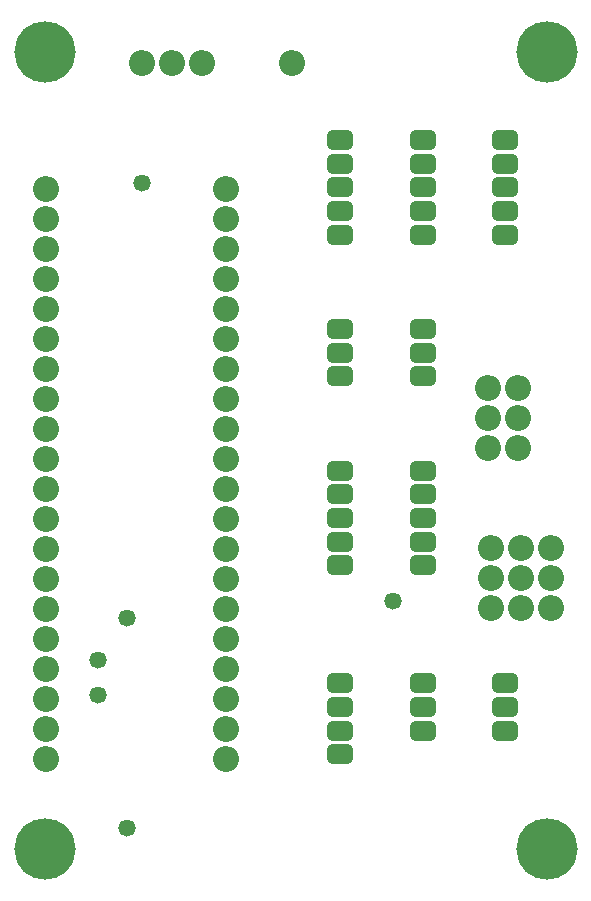
<source format=gbs>
G04*
G04 #@! TF.GenerationSoftware,Altium Limited,Altium Designer,19.1.9 (167)*
G04*
G04 Layer_Color=16711935*
%FSLAX42Y42*%
%MOMM*%
G71*
G01*
G75*
%ADD14O,2.20X2.20*%
G04:AMPARAMS|DCode=15|XSize=1.7mm|YSize=2.2mm|CornerRadius=0.48mm|HoleSize=0mm|Usage=FLASHONLY|Rotation=270.000|XOffset=0mm|YOffset=0mm|HoleType=Round|Shape=RoundedRectangle|*
%AMROUNDEDRECTD15*
21,1,1.70,1.25,0,0,270.0*
21,1,0.75,2.20,0,0,270.0*
1,1,0.95,-0.63,-0.38*
1,1,0.95,-0.63,0.38*
1,1,0.95,0.63,0.38*
1,1,0.95,0.63,-0.38*
%
%ADD15ROUNDEDRECTD15*%
%ADD16C,5.20*%
%ADD17O,2.20X2.20*%
%ADD18C,1.47*%
D14*
X6096Y9652D02*
D03*
X5334D02*
D03*
X5080D02*
D03*
X4826D02*
D03*
X8282Y5038D02*
D03*
Y5292D02*
D03*
Y5546D02*
D03*
X7774D02*
D03*
Y5292D02*
D03*
Y5038D02*
D03*
X8028Y5546D02*
D03*
Y5292D02*
D03*
Y5038D02*
D03*
X8004Y6392D02*
D03*
Y6646D02*
D03*
Y6900D02*
D03*
X7750Y6392D02*
D03*
Y6646D02*
D03*
Y6900D02*
D03*
D15*
X7900Y8400D02*
D03*
Y8600D02*
D03*
Y8800D02*
D03*
Y9000D02*
D03*
Y8200D02*
D03*
X7200Y8400D02*
D03*
Y8600D02*
D03*
Y8800D02*
D03*
Y9000D02*
D03*
Y8200D02*
D03*
X6500Y8400D02*
D03*
Y8600D02*
D03*
Y8800D02*
D03*
Y9000D02*
D03*
Y8200D02*
D03*
X7200Y7000D02*
D03*
Y7200D02*
D03*
Y7400D02*
D03*
X6500Y7000D02*
D03*
Y7200D02*
D03*
Y7400D02*
D03*
X7200Y5600D02*
D03*
Y5800D02*
D03*
Y6000D02*
D03*
Y6200D02*
D03*
Y5400D02*
D03*
X6500Y5600D02*
D03*
Y5800D02*
D03*
Y6000D02*
D03*
Y6200D02*
D03*
Y5400D02*
D03*
X7900Y4000D02*
D03*
Y4200D02*
D03*
Y4400D02*
D03*
X6500Y3800D02*
D03*
Y4000D02*
D03*
Y4200D02*
D03*
Y4400D02*
D03*
X7200Y4000D02*
D03*
Y4200D02*
D03*
Y4400D02*
D03*
D16*
X8250Y9750D02*
D03*
Y3000D02*
D03*
X4000D02*
D03*
Y9750D02*
D03*
D17*
X5533Y7826D02*
D03*
Y8080D02*
D03*
Y8588D02*
D03*
Y7572D02*
D03*
Y8334D02*
D03*
Y7318D02*
D03*
X4011Y4777D02*
D03*
Y3761D02*
D03*
Y4523D02*
D03*
Y4269D02*
D03*
Y4015D02*
D03*
Y5031D02*
D03*
Y5285D02*
D03*
Y5793D02*
D03*
Y6047D02*
D03*
Y6301D02*
D03*
Y5539D02*
D03*
Y6555D02*
D03*
Y7063D02*
D03*
Y8587D02*
D03*
Y8333D02*
D03*
Y8079D02*
D03*
Y7825D02*
D03*
Y6809D02*
D03*
Y7571D02*
D03*
Y7317D02*
D03*
X5533Y4778D02*
D03*
Y3759D02*
D03*
Y4524D02*
D03*
Y4270D02*
D03*
Y4016D02*
D03*
Y5032D02*
D03*
Y6302D02*
D03*
Y7064D02*
D03*
Y6810D02*
D03*
Y6556D02*
D03*
Y6048D02*
D03*
Y5794D02*
D03*
Y5540D02*
D03*
Y5286D02*
D03*
D18*
X4699Y4953D02*
D03*
Y3175D02*
D03*
X4826Y8636D02*
D03*
X6950Y5100D02*
D03*
X4450Y4300D02*
D03*
Y4600D02*
D03*
M02*

</source>
